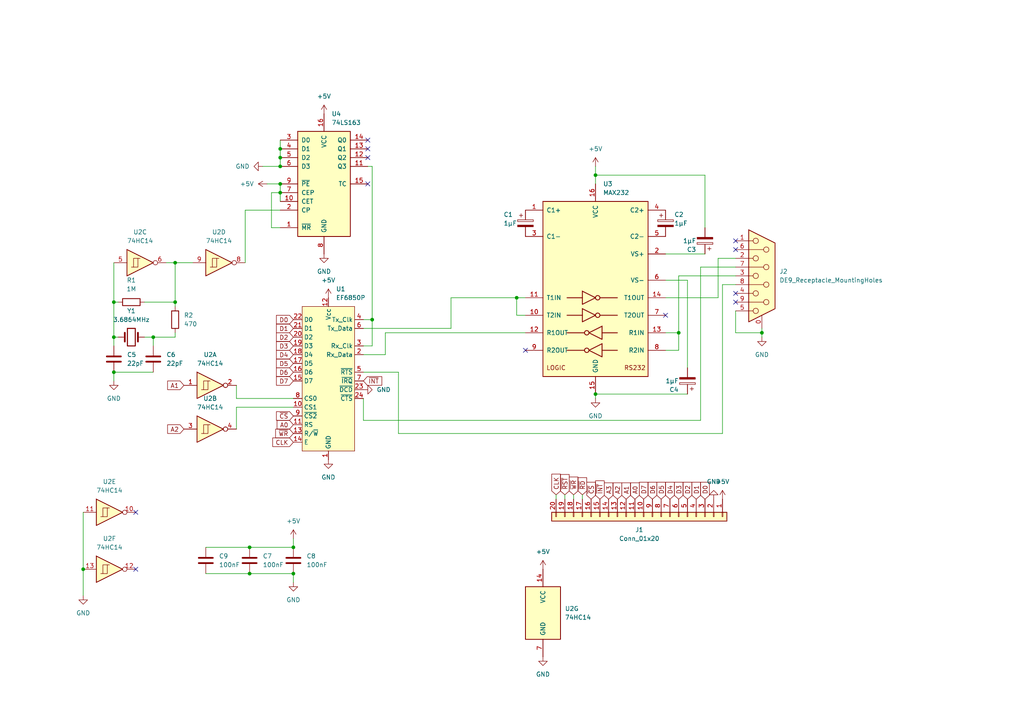
<source format=kicad_sch>
(kicad_sch (version 20230121) (generator eeschema)
  (paper "A4")
  (lib_symbols
    (symbol "74xx:74HC14" (pin_names (offset 1.016))
      (property "Reference" "U" (at 0 1.27 0))
      (property "Value" "74HC14" (at 0 -1.27 0))
      (symbol "74HC14_1_0"
        (polyline (pts (xy -3.81 3.81) (xy -3.81 -3.81) (xy 3.81 0) (xy -3.81 3.81)) (stroke (width 0.254)) (fill (type background)))
        (pin input line (at -7.62 0 0) (length 3.81) (name "~") (number "1"))
        (pin output inverted (at 7.62 0 180) (length 3.81) (name "~") (number "2"))
      )
      (symbol "74HC14_1_1"
        (polyline (pts (xy -1.905 -1.27) (xy -1.905 1.27) (xy -0.635 1.27)))
        (polyline (pts (xy -2.54 -1.27) (xy -0.635 -1.27) (xy -0.635 1.27) (xy 0 1.27)))
      )
      (symbol "74HC14_2_0"
        (polyline (pts (xy -3.81 3.81) (xy -3.81 -3.81) (xy 3.81 0) (xy -3.81 3.81)) (stroke (width 0.254)) (fill (type background)))
        (pin input line (at -7.62 0 0) (length 3.81) (name "~") (number "3"))
        (pin output inverted (at 7.62 0 180) (length 3.81) (name "~") (number "4"))
      )
      (symbol "74HC14_2_1"
        (polyline (pts (xy -1.905 -1.27) (xy -1.905 1.27) (xy -0.635 1.27)))
        (polyline (pts (xy -2.54 -1.27) (xy -0.635 -1.27) (xy -0.635 1.27) (xy 0 1.27)))
      )
      (symbol "74HC14_3_0"
        (polyline (pts (xy -3.81 3.81) (xy -3.81 -3.81) (xy 3.81 0) (xy -3.81 3.81)) (stroke (width 0.254)) (fill (type background)))
        (pin input line (at -7.62 0 0) (length 3.81) (name "~") (number "5"))
        (pin output inverted (at 7.62 0 180) (length 3.81) (name "~") (number "6"))
      )
      (symbol "74HC14_3_1"
        (polyline (pts (xy -1.905 -1.27) (xy -1.905 1.27) (xy -0.635 1.27)))
        (polyline (pts (xy -2.54 -1.27) (xy -0.635 -1.27) (xy -0.635 1.27) (xy 0 1.27)))
      )
      (symbol "74HC14_4_0"
        (polyline (pts (xy -3.81 3.81) (xy -3.81 -3.81) (xy 3.81 0) (xy -3.81 3.81)) (stroke (width 0.254)) (fill (type background)))
        (pin output inverted (at 7.62 0 180) (length 3.81) (name "~") (number "8"))
        (pin input line (at -7.62 0 0) (length 3.81) (name "~") (number "9"))
      )
      (symbol "74HC14_4_1"
        (polyline (pts (xy -1.905 -1.27) (xy -1.905 1.27) (xy -0.635 1.27)))
        (polyline (pts (xy -2.54 -1.27) (xy -0.635 -1.27) (xy -0.635 1.27) (xy 0 1.27)))
      )
      (symbol "74HC14_5_0"
        (polyline (pts (xy -3.81 3.81) (xy -3.81 -3.81) (xy 3.81 0) (xy -3.81 3.81)) (stroke (width 0.254)) (fill (type background)))
        (pin output inverted (at 7.62 0 180) (length 3.81) (name "~") (number "10"))
        (pin input line (at -7.62 0 0) (length 3.81) (name "~") (number "11"))
      )
      (symbol "74HC14_5_1"
        (polyline (pts (xy -1.905 -1.27) (xy -1.905 1.27) (xy -0.635 1.27)))
        (polyline (pts (xy -2.54 -1.27) (xy -0.635 -1.27) (xy -0.635 1.27) (xy 0 1.27)))
      )
      (symbol "74HC14_6_0"
        (polyline (pts (xy -3.81 3.81) (xy -3.81 -3.81) (xy 3.81 0) (xy -3.81 3.81)) (stroke (width 0.254)) (fill (type background)))
        (pin output inverted (at 7.62 0 180) (length 3.81) (name "~") (number "12"))
        (pin input line (at -7.62 0 0) (length 3.81) (name "~") (number "13"))
      )
      (symbol "74HC14_6_1"
        (polyline (pts (xy -1.905 -1.27) (xy -1.905 1.27) (xy -0.635 1.27)))
        (polyline (pts (xy -2.54 -1.27) (xy -0.635 -1.27) (xy -0.635 1.27) (xy 0 1.27)))
      )
      (symbol "74HC14_7_0"
        (pin power_in line (at 0 12.7 270) (length 5.08) (name "VCC") (number "14"))
        (pin power_in line (at 0 -12.7 90) (length 5.08) (name "GND") (number "7"))
      )
      (symbol "74HC14_7_1"
        (rectangle (start -5.08 7.62) (end 5.08 -7.62) (stroke (width 0.254)) (fill (type background)))
      )
    )
    (symbol "74xx:74LS163" (pin_names (offset 1.016))
      (property "Reference" "U" (at -7.62 16.51 0))
      (property "Value" "74LS163" (at -7.62 -16.51 0))
      (symbol "74LS163_1_0"
        (pin input line (at -12.7 -12.7 0) (length 5.08) (name "~{MR}") (number "1"))
        (pin input line (at -12.7 -5.08 0) (length 5.08) (name "CET") (number "10"))
        (pin output line (at 12.7 5.08 180) (length 5.08) (name "Q3") (number "11"))
        (pin output line (at 12.7 7.62 180) (length 5.08) (name "Q2") (number "12"))
        (pin output line (at 12.7 10.16 180) (length 5.08) (name "Q1") (number "13"))
        (pin output line (at 12.7 12.7 180) (length 5.08) (name "Q0") (number "14"))
        (pin output line (at 12.7 0 180) (length 5.08) (name "TC") (number "15"))
        (pin power_in line (at 0 20.32 270) (length 5.08) (name "VCC") (number "16"))
        (pin input line (at -12.7 -7.62 0) (length 5.08) (name "CP") (number "2"))
        (pin input line (at -12.7 12.7 0) (length 5.08) (name "D0") (number "3"))
        (pin input line (at -12.7 10.16 0) (length 5.08) (name "D1") (number "4"))
        (pin input line (at -12.7 7.62 0) (length 5.08) (name "D2") (number "5"))
        (pin input line (at -12.7 5.08 0) (length 5.08) (name "D3") (number "6"))
        (pin input line (at -12.7 -2.54 0) (length 5.08) (name "CEP") (number "7"))
        (pin power_in line (at 0 -20.32 90) (length 5.08) (name "GND") (number "8"))
        (pin input line (at -12.7 0 0) (length 5.08) (name "~{PE}") (number "9"))
      )
      (symbol "74LS163_1_1"
        (rectangle (start -7.62 15.24) (end 7.62 -15.24) (stroke (width 0.254)) (fill (type background)))
      )
    )
    (symbol "Connector:DE9_Receptacle_MountingHoles" (pin_names (offset 1.016) hide)
      (property "Reference" "J" (at 0 16.51 0))
      (property "Value" "DE9_Receptacle_MountingHoles" (at 0 14.605 0))
      (symbol "DE9_Receptacle_MountingHoles_0_1"
        (circle (center -1.778 -10.16) (radius 0.762))
        (circle (center -1.778 -5.08) (radius 0.762))
        (circle (center -1.778 0) (radius 0.762))
        (circle (center -1.778 5.08) (radius 0.762))
        (circle (center -1.778 10.16) (radius 0.762))
        (polyline (pts (xy -3.81 -10.16) (xy -2.54 -10.16)))
        (polyline (pts (xy -3.81 -7.62) (xy 0.508 -7.62)))
        (polyline (pts (xy -3.81 -5.08) (xy -2.54 -5.08)))
        (polyline (pts (xy -3.81 -2.54) (xy 0.508 -2.54)))
        (polyline (pts (xy -3.81 0) (xy -2.54 0)))
        (polyline (pts (xy -3.81 2.54) (xy 0.508 2.54)))
        (polyline (pts (xy -3.81 5.08) (xy -2.54 5.08)))
        (polyline (pts (xy -3.81 7.62) (xy 0.508 7.62)))
        (polyline (pts (xy -3.81 10.16) (xy -2.54 10.16)))
        (polyline (pts (xy -3.81 13.335) (xy -3.81 -13.335) (xy 3.81 -9.525) (xy 3.81 9.525) (xy -3.81 13.335)) (stroke (width 0.254)) (fill (type background)))
        (circle (center 1.27 -7.62) (radius 0.762))
        (circle (center 1.27 -2.54) (radius 0.762))
        (circle (center 1.27 2.54) (radius 0.762))
        (circle (center 1.27 7.62) (radius 0.762))
      )
      (symbol "DE9_Receptacle_MountingHoles_1_1"
        (pin passive line (at 0 -15.24 90) (length 3.81) (name "PAD") (number "0"))
        (pin passive line (at -7.62 10.16 0) (length 3.81) (name "1") (number "1"))
        (pin passive line (at -7.62 5.08 0) (length 3.81) (name "2") (number "2"))
        (pin passive line (at -7.62 0 0) (length 3.81) (name "3") (number "3"))
        (pin passive line (at -7.62 -5.08 0) (length 3.81) (name "4") (number "4"))
        (pin passive line (at -7.62 -10.16 0) (length 3.81) (name "5") (number "5"))
        (pin passive line (at -7.62 7.62 0) (length 3.81) (name "6") (number "6"))
        (pin passive line (at -7.62 2.54 0) (length 3.81) (name "7") (number "7"))
        (pin passive line (at -7.62 -2.54 0) (length 3.81) (name "8") (number "8"))
        (pin passive line (at -7.62 -7.62 0) (length 3.81) (name "9") (number "9"))
      )
    )
    (symbol "Connector_Generic:Conn_01x20" (pin_names (offset 1.016) hide)
      (property "Reference" "J" (at 0 25.4 0))
      (property "Value" "Conn_01x20" (at 0 -27.94 0))
      (symbol "Conn_01x20_1_1"
        (rectangle (start -1.27 -25.273) (end 0 -25.527) (stroke (width 0.1524)))
        (rectangle (start -1.27 -22.733) (end 0 -22.987) (stroke (width 0.1524)))
        (rectangle (start -1.27 -20.193) (end 0 -20.447) (stroke (width 0.1524)))
        (rectangle (start -1.27 -17.653) (end 0 -17.907) (stroke (width 0.1524)))
        (rectangle (start -1.27 -15.113) (end 0 -15.367) (stroke (width 0.1524)))
        (rectangle (start -1.27 -12.573) (end 0 -12.827) (stroke (width 0.1524)))
        (rectangle (start -1.27 -10.033) (end 0 -10.287) (stroke (width 0.1524)))
        (rectangle (start -1.27 -7.493) (end 0 -7.747) (stroke (width 0.1524)))
        (rectangle (start -1.27 -4.953) (end 0 -5.207) (stroke (width 0.1524)))
        (rectangle (start -1.27 -2.413) (end 0 -2.667) (stroke (width 0.1524)))
        (rectangle (start -1.27 0.127) (end 0 -0.127) (stroke (width 0.1524)))
        (rectangle (start -1.27 2.667) (end 0 2.413) (stroke (width 0.1524)))
        (rectangle (start -1.27 5.207) (end 0 4.953) (stroke (width 0.1524)))
        (rectangle (start -1.27 7.747) (end 0 7.493) (stroke (width 0.1524)))
        (rectangle (start -1.27 10.287) (end 0 10.033) (stroke (width 0.1524)))
        (rectangle (start -1.27 12.827) (end 0 12.573) (stroke (width 0.1524)))
        (rectangle (start -1.27 15.367) (end 0 15.113) (stroke (width 0.1524)))
        (rectangle (start -1.27 17.907) (end 0 17.653) (stroke (width 0.1524)))
        (rectangle (start -1.27 20.447) (end 0 20.193) (stroke (width 0.1524)))
        (rectangle (start -1.27 22.987) (end 0 22.733) (stroke (width 0.1524)))
        (rectangle (start -1.27 24.13) (end 1.27 -26.67) (stroke (width 0.254)) (fill (type background)))
        (pin passive line (at -5.08 22.86 0) (length 3.81) (name "Pin_1") (number "1"))
        (pin passive line (at -5.08 0 0) (length 3.81) (name "Pin_10") (number "10"))
        (pin passive line (at -5.08 -2.54 0) (length 3.81) (name "Pin_11") (number "11"))
        (pin passive line (at -5.08 -5.08 0) (length 3.81) (name "Pin_12") (number "12"))
        (pin passive line (at -5.08 -7.62 0) (length 3.81) (name "Pin_13") (number "13"))
        (pin passive line (at -5.08 -10.16 0) (length 3.81) (name "Pin_14") (number "14"))
        (pin passive line (at -5.08 -12.7 0) (length 3.81) (name "Pin_15") (number "15"))
        (pin passive line (at -5.08 -15.24 0) (length 3.81) (name "Pin_16") (number "16"))
        (pin passive line (at -5.08 -17.78 0) (length 3.81) (name "Pin_17") (number "17"))
        (pin passive line (at -5.08 -20.32 0) (length 3.81) (name "Pin_18") (number "18"))
        (pin passive line (at -5.08 -22.86 0) (length 3.81) (name "Pin_19") (number "19"))
        (pin passive line (at -5.08 20.32 0) (length 3.81) (name "Pin_2") (number "2"))
        (pin passive line (at -5.08 -25.4 0) (length 3.81) (name "Pin_20") (number "20"))
        (pin passive line (at -5.08 17.78 0) (length 3.81) (name "Pin_3") (number "3"))
        (pin passive line (at -5.08 15.24 0) (length 3.81) (name "Pin_4") (number "4"))
        (pin passive line (at -5.08 12.7 0) (length 3.81) (name "Pin_5") (number "5"))
        (pin passive line (at -5.08 10.16 0) (length 3.81) (name "Pin_6") (number "6"))
        (pin passive line (at -5.08 7.62 0) (length 3.81) (name "Pin_7") (number "7"))
        (pin passive line (at -5.08 5.08 0) (length 3.81) (name "Pin_8") (number "8"))
        (pin passive line (at -5.08 2.54 0) (length 3.81) (name "Pin_9") (number "9"))
      )
    )
    (symbol "Device:C" (pin_numbers hide) (pin_names (offset 0.254))
      (property "Reference" "C" (at 0.635 2.54 0))
      (property "Value" "C" (at 0.635 -2.54 0))
      (symbol "C_0_1"
        (polyline (pts (xy -2.032 -0.762) (xy 2.032 -0.762)) (stroke (width 0.508)))
        (polyline (pts (xy -2.032 0.762) (xy 2.032 0.762)) (stroke (width 0.508)))
      )
      (symbol "C_1_1"
        (pin passive line (at 0 3.81 270) (length 2.794) (name "~") (number "1"))
        (pin passive line (at 0 -3.81 90) (length 2.794) (name "~") (number "2"))
      )
    )
    (symbol "Device:C_Polarized" (pin_numbers hide) (pin_names (offset 0.254))
      (property "Reference" "C" (at 0.635 2.54 0))
      (property "Value" "C_Polarized" (at 0.635 -2.54 0))
      (symbol "C_Polarized_0_1"
        (rectangle (start -2.286 0.508) (end 2.286 1.016))
        (polyline (pts (xy -1.778 2.286) (xy -0.762 2.286)))
        (polyline (pts (xy -1.27 2.794) (xy -1.27 1.778)))
        (rectangle (start 2.286 -0.508) (end -2.286 -1.016) (fill (type outline)))
      )
      (symbol "C_Polarized_1_1"
        (pin passive line (at 0 3.81 270) (length 2.794) (name "~") (number "1"))
        (pin passive line (at 0 -3.81 90) (length 2.794) (name "~") (number "2"))
      )
    )
    (symbol "Device:Crystal" (pin_numbers hide) (pin_names (offset 1.016) hide)
      (property "Reference" "Y" (at 0 3.81 0))
      (property "Value" "Crystal" (at 0 -3.81 0))
      (symbol "Crystal_0_1"
        (rectangle (start -1.143 2.54) (end 1.143 -2.54) (stroke (width 0.3048)))
        (polyline (pts (xy -2.54 0) (xy -1.905 0)))
        (polyline (pts (xy -1.905 -1.27) (xy -1.905 1.27)) (stroke (width 0.508)))
        (polyline (pts (xy 1.905 -1.27) (xy 1.905 1.27)) (stroke (width 0.508)))
        (polyline (pts (xy 2.54 0) (xy 1.905 0)))
      )
      (symbol "Crystal_1_1"
        (pin passive line (at -3.81 0 0) (length 1.27) (name "1") (number "1"))
        (pin passive line (at 3.81 0 180) (length 1.27) (name "2") (number "2"))
      )
    )
    (symbol "Device:R" (pin_numbers hide) (pin_names (offset 0))
      (property "Reference" "R" (at 2.032 0 90))
      (property "Value" "R" (at 0 0 90))
      (symbol "R_0_1"
        (rectangle (start -1.016 -2.54) (end 1.016 2.54) (stroke (width 0.254)))
      )
      (symbol "R_1_1"
        (pin passive line (at 0 3.81 270) (length 1.27) (name "~") (number "1"))
        (pin passive line (at 0 -3.81 90) (length 1.27) (name "~") (number "2"))
      )
    )
    (symbol "Interface_UART:MAX232" (pin_names (offset 1.016))
      (property "Reference" "U" (at -2.54 28.575 0))
      (property "Value" "MAX232" (at -2.54 26.67 0))
      (symbol "MAX232_0_0"
        (text "LOGIC" (at -11.43 -22.86 0) (effects (font (size 1.27 1.27))))
        (text "RS232" (at 11.43 -22.86 0) (effects (font (size 1.27 1.27))))
      )
      (symbol "MAX232_0_1"
        (rectangle (start -15.24 -25.4) (end 15.24 25.4) (stroke (width 0.254)) (fill (type background)))
        (circle (center -2.54 -17.78) (radius 0.635) (stroke (width 0.254)))
        (circle (center -2.54 -12.7) (radius 0.635) (stroke (width 0.254)))
        (polyline (pts (xy -3.81 -7.62) (xy -8.255 -7.62)) (stroke (width 0.254)))
        (polyline (pts (xy -3.81 -2.54) (xy -8.255 -2.54)) (stroke (width 0.254)))
        (polyline (pts (xy -3.175 -17.78) (xy -8.255 -17.78)) (stroke (width 0.254)))
        (polyline (pts (xy -3.175 -12.7) (xy -8.255 -12.7)) (stroke (width 0.254)))
        (polyline (pts (xy 1.27 -7.62) (xy 6.35 -7.62)) (stroke (width 0.254)))
        (polyline (pts (xy 1.27 -2.54) (xy 6.35 -2.54)) (stroke (width 0.254)))
        (polyline (pts (xy 1.905 -17.78) (xy 6.35 -17.78)) (stroke (width 0.254)))
        (polyline (pts (xy 1.905 -12.7) (xy 6.35 -12.7)) (stroke (width 0.254)))
        (polyline (pts (xy -3.81 -5.715) (xy -3.81 -9.525) (xy 0 -7.62) (xy -3.81 -5.715)) (stroke (width 0.254)))
        (polyline (pts (xy -3.81 -0.635) (xy -3.81 -4.445) (xy 0 -2.54) (xy -3.81 -0.635)) (stroke (width 0.254)))
        (polyline (pts (xy 1.905 -15.875) (xy 1.905 -19.685) (xy -1.905 -17.78) (xy 1.905 -15.875)) (stroke (width 0.254)))
        (polyline (pts (xy 1.905 -10.795) (xy 1.905 -14.605) (xy -1.905 -12.7) (xy 1.905 -10.795)) (stroke (width 0.254)))
        (circle (center 0.635 -7.62) (radius 0.635) (stroke (width 0.254)))
        (circle (center 0.635 -2.54) (radius 0.635) (stroke (width 0.254)))
      )
      (symbol "MAX232_1_1"
        (pin passive line (at -20.32 22.86 0) (length 5.08) (name "C1+") (number "1"))
        (pin input line (at -20.32 -7.62 0) (length 5.08) (name "T2IN") (number "10"))
        (pin input line (at -20.32 -2.54 0) (length 5.08) (name "T1IN") (number "11"))
        (pin output line (at -20.32 -12.7 0) (length 5.08) (name "R1OUT") (number "12"))
        (pin input line (at 20.32 -12.7 180) (length 5.08) (name "R1IN") (number "13"))
        (pin output line (at 20.32 -2.54 180) (length 5.08) (name "T1OUT") (number "14"))
        (pin power_in line (at 0 -30.48 90) (length 5.08) (name "GND") (number "15"))
        (pin power_in line (at 0 30.48 270) (length 5.08) (name "VCC") (number "16"))
        (pin power_out line (at 20.32 10.16 180) (length 5.08) (name "VS+") (number "2"))
        (pin passive line (at -20.32 15.24 0) (length 5.08) (name "C1-") (number "3"))
        (pin passive line (at 20.32 22.86 180) (length 5.08) (name "C2+") (number "4"))
        (pin passive line (at 20.32 15.24 180) (length 5.08) (name "C2-") (number "5"))
        (pin power_out line (at 20.32 2.54 180) (length 5.08) (name "VS-") (number "6"))
        (pin output line (at 20.32 -7.62 180) (length 5.08) (name "T2OUT") (number "7"))
        (pin input line (at 20.32 -17.78 180) (length 5.08) (name "R2IN") (number "8"))
        (pin output line (at -20.32 -17.78 0) (length 5.08) (name "R2OUT") (number "9"))
      )
    )
    (symbol "TholinsStuff:EF6850P"
      (property "Reference" "U" (at 0 0 0))
      (property "Value" "EF6850P" (at 0 0 0))
      (symbol "EF6850P_1_1"
        (rectangle (start -7.62 -5.08) (end 7.62 -46.99) (fill (type background)))
        (pin power_in line (at 0 -49.53 90) (length 2.54) (name "GND") (number "1"))
        (pin input line (at -10.16 -34.29 0) (length 2.54) (name "CS1") (number "10"))
        (pin input line (at -10.16 -39.37 0) (length 2.54) (name "RS") (number "11"))
        (pin power_in line (at 0 -2.54 270) (length 2.54) (name "Vcc") (number "12"))
        (pin input line (at -10.16 -41.91 0) (length 2.54) (name "R/~{W}") (number "13"))
        (pin input line (at -10.16 -44.45 0) (length 2.54) (name "E") (number "14"))
        (pin tri_state line (at -10.16 -26.67 0) (length 2.54) (name "D7") (number "15"))
        (pin tri_state line (at -10.16 -24.13 0) (length 2.54) (name "D6") (number "16"))
        (pin tri_state line (at -10.16 -21.59 0) (length 2.54) (name "D5") (number "17"))
        (pin tri_state line (at -10.16 -19.05 0) (length 2.54) (name "D4") (number "18"))
        (pin tri_state line (at -10.16 -16.51 0) (length 2.54) (name "D3") (number "19"))
        (pin input line (at 10.16 -19.05 180) (length 2.54) (name "Rx_Data") (number "2"))
        (pin tri_state line (at -10.16 -13.97 0) (length 2.54) (name "D2") (number "20"))
        (pin tri_state line (at -10.16 -11.43 0) (length 2.54) (name "D1") (number "21"))
        (pin tri_state line (at -10.16 -8.89 0) (length 2.54) (name "D0") (number "22"))
        (pin input line (at 10.16 -29.21 180) (length 2.54) (name "~{DCD}") (number "23"))
        (pin output line (at 10.16 -31.75 180) (length 2.54) (name "~{CTS}") (number "24"))
        (pin input line (at 10.16 -16.51 180) (length 2.54) (name "Rx_Clk") (number "3"))
        (pin input line (at 10.16 -8.89 180) (length 2.54) (name "Tx_Clk") (number "4"))
        (pin input line (at 10.16 -24.13 180) (length 2.54) (name "~{RTS}") (number "5"))
        (pin input line (at 10.16 -11.43 180) (length 2.54) (name "Tx_Data") (number "6"))
        (pin output line (at 10.16 -26.67 180) (length 2.54) (name "~{IRQ}") (number "7"))
        (pin input line (at -10.16 -31.75 0) (length 2.54) (name "CS0") (number "8"))
        (pin input line (at -10.16 -36.83 0) (length 2.54) (name "~{CS2}") (number "9"))
      )
    )
    (symbol "power:+5V" (power) (pin_names (offset 0))
      (property "Value" "+5V" (at 0 3.556 0))
      (symbol "+5V_0_1"
        (polyline (pts (xy -0.762 1.27) (xy 0 2.54)))
        (polyline (pts (xy 0 0) (xy 0 2.54)))
        (polyline (pts (xy 0 2.54) (xy 0.762 1.27)))
      )
      (symbol "+5V_1_1"
        (pin power_in line (at 0 0 90) (length 0) hide (name "+5V") (number "1"))
      )
    )
    (symbol "power:GND" (power) (pin_names (offset 0))
      (property "Value" "GND" (at 0 -3.81 0))
      (symbol "GND_0_1"
        (polyline (pts (xy 0 0) (xy 0 -1.27) (xy 1.27 -1.27) (xy 0 -2.54) (xy -1.27 -1.27) (xy 0 -1.27)))
      )
      (symbol "GND_1_1"
        (pin power_in line (at 0 0 270) (length 0) hide (name "GND") (number "1"))
      )
    )
  )
  (junction (at 44.45 97.79))
  (junction (at 85.09 158.75))
  (junction (at 172.72 114.3))
  (junction (at 72.39 166.37))
  (junction (at 33.02 87.63))
  (junction (at 107.95 92.71))
  (junction (at 81.28 43.18))
  (junction (at 81.28 55.88))
  (junction (at 196.85 96.52))
  (junction (at 72.39 158.75))
  (junction (at 33.02 107.95))
  (junction (at 172.72 50.8))
  (junction (at 81.28 48.26))
  (junction (at 33.02 97.79))
  (junction (at 81.28 53.34))
  (junction (at 81.28 45.72))
  (junction (at 85.09 166.37))
  (junction (at 50.8 76.2))
  (junction (at 149.86 86.36))
  (junction (at 50.8 87.63))
  (junction (at 24.13 165.1))
  (junction (at 220.98 96.52))
  (no_connect (at 106.68 40.64))
  (no_connect (at 39.37 165.1))
  (no_connect (at 106.68 45.72))
  (no_connect (at 193.04 91.44))
  (no_connect (at 106.68 43.18))
  (no_connect (at 213.36 69.85))
  (no_connect (at 106.68 53.34))
  (no_connect (at 39.37 148.59))
  (no_connect (at 213.36 87.63))
  (no_connect (at 152.4 101.6))
  (no_connect (at 213.36 85.09))
  (no_connect (at 213.36 72.39))
  (wire (pts (xy 213.36 77.47) (xy 203.2 77.47)))
  (wire (pts (xy 149.86 91.44) (xy 149.86 86.36)))
  (wire (pts (xy 130.81 95.25) (xy 130.81 86.36)))
  (wire (pts (xy 172.72 48.26) (xy 172.72 50.8)))
  (wire (pts (xy 149.86 86.36) (xy 152.4 86.36)))
  (wire (pts (xy 105.41 95.25) (xy 130.81 95.25)))
  (wire (pts (xy 193.04 101.6) (xy 196.85 101.6)))
  (wire (pts (xy 33.02 107.95) (xy 44.45 107.95)))
  (wire (pts (xy 85.09 168.91) (xy 85.09 166.37)))
  (wire (pts (xy 208.28 74.93) (xy 213.36 74.93)))
  (wire (pts (xy 85.09 118.11) (xy 68.58 118.11)))
  (wire (pts (xy 59.69 158.75) (xy 72.39 158.75)))
  (wire (pts (xy 85.09 166.37) (xy 72.39 166.37)))
  (wire (pts (xy 78.74 66.04) (xy 78.74 55.88)))
  (wire (pts (xy 106.68 48.26) (xy 107.95 48.26)))
  (wire (pts (xy 193.04 86.36) (xy 208.28 86.36)))
  (wire (pts (xy 50.8 87.63) (xy 50.8 76.2)))
  (wire (pts (xy 33.02 97.79) (xy 33.02 87.63)))
  (wire (pts (xy 68.58 115.57) (xy 68.58 111.76)))
  (wire (pts (xy 44.45 97.79) (xy 50.8 97.79)))
  (wire (pts (xy 33.02 76.2) (xy 33.02 87.63)))
  (wire (pts (xy 152.4 96.52) (xy 111.76 96.52)))
  (wire (pts (xy 107.95 92.71) (xy 105.41 92.71)))
  (wire (pts (xy 213.36 82.55) (xy 209.55 82.55)))
  (wire (pts (xy 208.28 86.36) (xy 208.28 74.93)))
  (wire (pts (xy 163.83 143.51) (xy 163.83 144.78)))
  (wire (pts (xy 107.95 48.26) (xy 107.95 92.71)))
  (wire (pts (xy 196.85 96.52) (xy 193.04 96.52)))
  (wire (pts (xy 81.28 43.18) (xy 81.28 40.64)))
  (wire (pts (xy 34.29 97.79) (xy 33.02 97.79)))
  (wire (pts (xy 166.37 143.51) (xy 166.37 144.78)))
  (wire (pts (xy 168.91 143.51) (xy 168.91 144.78)))
  (wire (pts (xy 172.72 115.57) (xy 172.72 114.3)))
  (wire (pts (xy 78.74 55.88) (xy 81.28 55.88)))
  (wire (pts (xy 33.02 87.63) (xy 34.29 87.63)))
  (wire (pts (xy 199.39 81.28) (xy 199.39 106.68)))
  (wire (pts (xy 33.02 110.49) (xy 33.02 107.95)))
  (wire (pts (xy 203.2 121.92) (xy 105.41 121.92)))
  (wire (pts (xy 48.26 76.2) (xy 50.8 76.2)))
  (wire (pts (xy 77.47 53.34) (xy 81.28 53.34)))
  (wire (pts (xy 220.98 97.79) (xy 220.98 96.52)))
  (wire (pts (xy 71.12 60.96) (xy 71.12 76.2)))
  (wire (pts (xy 105.41 121.92) (xy 105.41 115.57)))
  (wire (pts (xy 213.36 90.17) (xy 213.36 96.52)))
  (wire (pts (xy 105.41 100.33) (xy 107.95 100.33)))
  (wire (pts (xy 81.28 55.88) (xy 81.28 58.42)))
  (wire (pts (xy 193.04 73.66) (xy 204.47 73.66)))
  (wire (pts (xy 209.55 125.73) (xy 115.57 125.73)))
  (wire (pts (xy 24.13 165.1) (xy 24.13 172.72)))
  (wire (pts (xy 209.55 82.55) (xy 209.55 125.73)))
  (wire (pts (xy 115.57 125.73) (xy 115.57 107.95)))
  (wire (pts (xy 115.57 107.95) (xy 105.41 107.95)))
  (wire (pts (xy 111.76 96.52) (xy 111.76 102.87)))
  (wire (pts (xy 76.2 48.26) (xy 81.28 48.26)))
  (wire (pts (xy 33.02 97.79) (xy 33.02 100.33)))
  (wire (pts (xy 81.28 53.34) (xy 81.28 55.88)))
  (wire (pts (xy 213.36 96.52) (xy 220.98 96.52)))
  (wire (pts (xy 204.47 66.04) (xy 204.47 50.8)))
  (wire (pts (xy 152.4 91.44) (xy 149.86 91.44)))
  (wire (pts (xy 85.09 115.57) (xy 68.58 115.57)))
  (wire (pts (xy 81.28 66.04) (xy 78.74 66.04)))
  (wire (pts (xy 50.8 96.52) (xy 50.8 97.79)))
  (wire (pts (xy 203.2 77.47) (xy 203.2 121.92)))
  (wire (pts (xy 193.04 81.28) (xy 199.39 81.28)))
  (wire (pts (xy 85.09 158.75) (xy 72.39 158.75)))
  (wire (pts (xy 204.47 50.8) (xy 172.72 50.8)))
  (wire (pts (xy 172.72 114.3) (xy 199.39 114.3)))
  (wire (pts (xy 50.8 87.63) (xy 50.8 88.9)))
  (wire (pts (xy 24.13 148.59) (xy 24.13 165.1)))
  (wire (pts (xy 81.28 45.72) (xy 81.28 43.18)))
  (wire (pts (xy 50.8 76.2) (xy 55.88 76.2)))
  (wire (pts (xy 81.28 60.96) (xy 71.12 60.96)))
  (wire (pts (xy 59.69 166.37) (xy 72.39 166.37)))
  (wire (pts (xy 130.81 86.36) (xy 149.86 86.36)))
  (wire (pts (xy 81.28 48.26) (xy 81.28 45.72)))
  (wire (pts (xy 44.45 97.79) (xy 44.45 100.33)))
  (wire (pts (xy 196.85 80.01) (xy 196.85 96.52)))
  (wire (pts (xy 213.36 80.01) (xy 196.85 80.01)))
  (wire (pts (xy 107.95 92.71) (xy 107.95 100.33)))
  (wire (pts (xy 68.58 118.11) (xy 68.58 124.46)))
  (wire (pts (xy 196.85 101.6) (xy 196.85 96.52)))
  (wire (pts (xy 41.91 97.79) (xy 44.45 97.79)))
  (wire (pts (xy 220.98 96.52) (xy 220.98 95.25)))
  (wire (pts (xy 172.72 50.8) (xy 172.72 53.34)))
  (wire (pts (xy 111.76 102.87) (xy 105.41 102.87)))
  (wire (pts (xy 41.91 87.63) (xy 50.8 87.63)))
  (wire (pts (xy 161.29 143.51) (xy 161.29 144.78)))
  (wire (pts (xy 85.09 156.21) (xy 85.09 158.75)))
  (global_label "D1" (shape input) (at 85.09 95.25 180) (property "Intersheetrefs" "${INTERSHEET_REFS}" (effects hide)))
  (global_label "D7" (shape input) (at 85.09 110.49 180) (property "Intersheetrefs" "${INTERSHEET_REFS}" (effects hide)))
  (global_label "A1" (shape input) (at 181.61 144.78 90) (property "Intersheetrefs" "${INTERSHEET_REFS}" (effects hide)))
  (global_label "D4" (shape input) (at 194.31 144.78 90) (property "Intersheetrefs" "${INTERSHEET_REFS}" (effects hide)))
  (global_label "~{CS}" (shape input) (at 85.09 120.65 180) (property "Intersheetrefs" "${INTERSHEET_REFS}" (effects hide)))
  (global_label "~{INT}" (shape input) (at 173.99 144.78 90) (property "Intersheetrefs" "${INTERSHEET_REFS}" (effects hide)))
  (global_label "D5" (shape input) (at 191.77 144.78 90) (property "Intersheetrefs" "${INTERSHEET_REFS}" (effects hide)))
  (global_label "~{RST}" (shape input) (at 163.83 143.51 90) (property "Intersheetrefs" "${INTERSHEET_REFS}" (effects hide)))
  (global_label "D6" (shape input) (at 85.09 107.95 180) (property "Intersheetrefs" "${INTERSHEET_REFS}" (effects hide)))
  (global_label "D0" (shape input) (at 204.47 144.78 90) (property "Intersheetrefs" "${INTERSHEET_REFS}" (effects hide)))
  (global_label "D2" (shape input) (at 199.39 144.78 90) (property "Intersheetrefs" "${INTERSHEET_REFS}" (effects hide)))
  (global_label "D5" (shape input) (at 85.09 105.41 180) (property "Intersheetrefs" "${INTERSHEET_REFS}" (effects hide)))
  (global_label "A0" (shape input) (at 184.15 144.78 90) (property "Intersheetrefs" "${INTERSHEET_REFS}" (effects hide)))
  (global_label "D3" (shape input) (at 196.85 144.78 90) (property "Intersheetrefs" "${INTERSHEET_REFS}" (effects hide)))
  (global_label "~{WR}" (shape input) (at 85.09 125.73 180) (property "Intersheetrefs" "${INTERSHEET_REFS}" (effects hide)))
  (global_label "D2" (shape input) (at 85.09 97.79 180) (property "Intersheetrefs" "${INTERSHEET_REFS}" (effects hide)))
  (global_label "~{RD}" (shape input) (at 168.91 143.51 90) (property "Intersheetrefs" "${INTERSHEET_REFS}" (effects hide)))
  (global_label "A3" (shape input) (at 176.53 144.78 90) (property "Intersheetrefs" "${INTERSHEET_REFS}" (effects hide)))
  (global_label "CLK" (shape input) (at 161.29 143.51 90) (property "Intersheetrefs" "${INTERSHEET_REFS}" (effects hide)))
  (global_label "A2" (shape input) (at 53.34 124.46 180) (property "Intersheetrefs" "${INTERSHEET_REFS}" (effects hide)))
  (global_label "D4" (shape input) (at 85.09 102.87 180) (property "Intersheetrefs" "${INTERSHEET_REFS}" (effects hide)))
  (global_label "~{WR}" (shape input) (at 166.37 143.51 90) (property "Intersheetrefs" "${INTERSHEET_REFS}" (effects hide)))
  (global_label "CLK" (shape input) (at 85.09 128.27 180) (property "Intersheetrefs" "${INTERSHEET_REFS}" (effects hide)))
  (global_label "D0" (shape input) (at 85.09 92.71 180) (property "Intersheetrefs" "${INTERSHEET_REFS}" (effects hide)))
  (global_label "D6" (shape input) (at 189.23 144.78 90) (property "Intersheetrefs" "${INTERSHEET_REFS}" (effects hide)))
  (global_label "A0" (shape input) (at 85.09 123.19 180) (property "Intersheetrefs" "${INTERSHEET_REFS}" (effects hide)))
  (global_label "D1" (shape input) (at 201.93 144.78 90) (property "Intersheetrefs" "${INTERSHEET_REFS}" (effects hide)))
  (global_label "~{CS}" (shape input) (at 171.45 144.78 90) (property "Intersheetrefs" "${INTERSHEET_REFS}" (effects hide)))
  (global_label "A1" (shape input) (at 53.34 111.76 180) (property "Intersheetrefs" "${INTERSHEET_REFS}" (effects hide)))
  (global_label "~{INT}" (shape input) (at 105.41 110.49 0) (property "Intersheetrefs" "${INTERSHEET_REFS}" (effects hide)))
  (global_label "D7" (shape input) (at 186.69 144.78 90) (property "Intersheetrefs" "${INTERSHEET_REFS}" (effects hide)))
  (global_label "A2" (shape input) (at 179.07 144.78 90) (property "Intersheetrefs" "${INTERSHEET_REFS}" (effects hide)))
  (global_label "D3" (shape input) (at 85.09 100.33 180) (property "Intersheetrefs" "${INTERSHEET_REFS}" (effects hide)))
  (symbol (lib_id "Device:C") (at 44.45 104.14 0) (unit 1)
    (property "Reference" "C6" (at 48.26 102.87 0) (effects (justify left)))
    (property "Value" "22pF" (at 48.26 105.41 0) (effects (justify left)))
    (property "Footprint" "Capacitor_THT:C_Disc_D3.0mm_W1.6mm_P2.50mm" (effects hide))
  )
  (symbol (lib_id "Device:C") (at 72.39 162.56 0) (unit 1)
    (property "Reference" "C7" (at 76.2 161.29 0) (effects (justify left)))
    (property "Value" "100nF" (at 76.2 163.83 0) (effects (justify left)))
    (property "Footprint" "Capacitor_THT:C_Disc_D3.0mm_W1.6mm_P2.50mm" (effects hide))
  )
  (symbol (lib_id "Device:C") (at 85.09 162.56 0) (unit 1)
    (property "Reference" "C8" (at 88.9 161.29 0) (effects (justify left)))
    (property "Value" "100nF" (at 88.9 163.83 0) (effects (justify left)))
    (property "Footprint" "Capacitor_THT:C_Disc_D3.0mm_W1.6mm_P2.50mm" (effects hide))
  )
  (symbol (lib_id "power:GND") (at 157.48 190.5 0) (unit 1)
    (property "Reference" "#PWR06" (effects hide))
    (property "Value" "GND" (at 157.48 195.58 0))
  )
  (symbol (lib_id "Connector_Generic:Conn_01x20") (at 186.69 149.86 270) (unit 1)
    (property "Reference" "J1" (at 185.42 153.67 90))
    (property "Value" "Conn_01x20" (at 185.42 156.21 90))
    (property "Footprint" "Connector_PinHeader_2.54mm:PinHeader_1x20_P2.54mm_Vertical" (effects hide))
  )
  (symbol (lib_id "Device:C") (at 59.69 162.56 0) (unit 1)
    (property "Reference" "C9" (at 63.5 161.29 0) (effects (justify left)))
    (property "Value" "100nF" (at 63.5 163.83 0) (effects (justify left)))
    (property "Footprint" "Capacitor_THT:C_Disc_D3.0mm_W1.6mm_P2.50mm" (effects hide))
  )
  (symbol (lib_id "power:GND") (at 85.09 168.91 0) (unit 1)
    (property "Reference" "#PWR017" (effects hide))
    (property "Value" "GND" (at 85.09 173.99 0))
  )
  (symbol (lib_id "74xx:74LS163") (at 93.98 53.34 0) (unit 1)
    (property "Reference" "U4" (at 96.1741 33.02 0) (effects (justify left)))
    (property "Value" "74LS163" (at 96.1741 35.56 0) (effects (justify left)))
    (property "Footprint" "Package_DIP:DIP-16_W7.62mm" (effects hide))
    (property "Datasheet" "http://www.ti.com/lit/gpn/sn74LS163" (effects hide))
  )
  (symbol (lib_id "Device:R") (at 50.8 92.71 180) (unit 1)
    (property "Reference" "R2" (at 53.34 91.44 0) (effects (justify right)))
    (property "Value" "470" (at 53.34 93.98 0) (effects (justify right)))
    (property "Footprint" "Resistor_THT:R_Axial_DIN0204_L3.6mm_D1.6mm_P7.62mm_Horizontal" (effects hide))
  )
  (symbol (lib_id "power:GND") (at 95.25 133.35 0) (unit 1)
    (property "Reference" "#PWR04" (effects hide))
    (property "Value" "GND" (at 95.25 138.43 0))
  )
  (symbol (lib_id "Device:C_Polarized") (at 199.39 110.49 180) (unit 1)
    (property "Reference" "C4" (at 196.85 113.03 0) (effects (justify left)))
    (property "Value" "1µF" (at 196.85 110.49 0) (effects (justify left)))
    (property "Footprint" "Capacitor_THT:CP_Radial_D4.0mm_P2.00mm" (effects hide))
  )
  (symbol (lib_id "74xx:74HC14") (at 60.96 111.76 0) (unit 1)
    (property "Reference" "U2" (at 60.96 102.87 0))
    (property "Value" "74HC14" (at 60.96 105.41 0))
    (property "Footprint" "Package_DIP:DIP-14_W7.62mm" (effects hide))
    (property "Datasheet" "http://www.ti.com/lit/gpn/sn74HC14" (effects hide))
  )
  (symbol (lib_id "power:GND") (at 24.13 172.72 0) (unit 1)
    (property "Reference" "#PWR07" (effects hide))
    (property "Value" "GND" (at 24.13 177.8 0))
  )
  (symbol (lib_id "Device:Crystal") (at 38.1 97.79 0) (unit 1)
    (property "Reference" "Y1" (at 38.1 90.17 0))
    (property "Value" "3.6864MHz" (at 38.1 92.71 0))
    (property "Footprint" "Crystal:Crystal_HC18-U_Vertical" (effects hide))
  )
  (symbol (lib_id "power:+5V") (at 209.55 144.78 0) (unit 1)
    (property "Reference" "#PWR01" (effects hide))
    (property "Value" "+5V" (at 209.55 139.7 0))
  )
  (symbol (lib_id "74xx:74HC14") (at 157.48 177.8 0) (unit 7)
    (property "Reference" "U2" (at 163.83 176.53 0) (effects (justify left)))
    (property "Value" "74HC14" (at 163.83 179.07 0) (effects (justify left)))
    (property "Footprint" "Package_DIP:DIP-14_W7.62mm" (effects hide))
    (property "Datasheet" "http://www.ti.com/lit/gpn/sn74HC14" (effects hide))
  )
  (symbol (lib_id "power:GND") (at 207.01 144.78 180) (unit 1)
    (property "Reference" "#PWR02" (effects hide))
    (property "Value" "GND" (at 207.01 139.7 0))
  )
  (symbol (lib_id "74xx:74HC14") (at 60.96 124.46 0) (unit 2)
    (property "Reference" "U2" (at 60.96 115.57 0))
    (property "Value" "74HC14" (at 60.96 118.11 0))
    (property "Footprint" "Package_DIP:DIP-14_W7.62mm" (effects hide))
    (property "Datasheet" "http://www.ti.com/lit/gpn/sn74HC14" (effects hide))
  )
  (symbol (lib_id "Device:C_Polarized") (at 204.47 69.85 180) (unit 1)
    (property "Reference" "C3" (at 201.93 72.39 0) (effects (justify left)))
    (property "Value" "1µF" (at 201.93 69.85 0) (effects (justify left)))
    (property "Footprint" "Capacitor_THT:CP_Radial_D4.0mm_P2.00mm" (effects hide))
  )
  (symbol (lib_id "Device:C") (at 33.02 104.14 0) (unit 1)
    (property "Reference" "C5" (at 36.83 102.87 0) (effects (justify left)))
    (property "Value" "22pF" (at 36.83 105.41 0) (effects (justify left)))
    (property "Footprint" "Capacitor_THT:C_Disc_D3.0mm_W1.6mm_P2.50mm" (effects hide))
  )
  (symbol (lib_id "74xx:74HC14") (at 31.75 165.1 0) (unit 6)
    (property "Reference" "U2" (at 31.75 156.21 0))
    (property "Value" "74HC14" (at 31.75 158.75 0))
    (property "Footprint" "Package_DIP:DIP-14_W7.62mm" (effects hide))
    (property "Datasheet" "http://www.ti.com/lit/gpn/sn74HC14" (effects hide))
  )
  (symbol (lib_id "power:+5V") (at 93.98 33.02 0) (unit 1)
    (property "Reference" "#PWR014" (effects hide))
    (property "Value" "+5V" (at 93.98 27.94 0))
  )
  (symbol (lib_id "power:GND") (at 93.98 73.66 0) (unit 1)
    (property "Reference" "#PWR013" (effects hide))
    (property "Value" "GND" (at 93.98 78.74 0))
  )
  (symbol (lib_id "power:+5V") (at 95.25 86.36 0) (unit 1)
    (property "Reference" "#PWR03" (effects hide))
    (property "Value" "+5V" (at 95.25 81.28 0))
  )
  (symbol (lib_id "power:GND") (at 105.41 113.03 90) (unit 1)
    (property "Reference" "#PWR08" (effects hide))
    (property "Value" "GND" (at 109.22 113.03 90) (effects (justify right)))
  )
  (symbol (lib_id "power:GND") (at 172.72 115.57 0) (unit 1)
    (property "Reference" "#PWR011" (effects hide))
    (property "Value" "GND" (at 172.72 120.65 0))
  )
  (symbol (lib_id "Device:C_Polarized") (at 193.04 64.77 0) (unit 1)
    (property "Reference" "C2" (at 195.58 62.23 0) (effects (justify left)))
    (property "Value" "1µF" (at 195.58 64.77 0) (effects (justify left)))
    (property "Footprint" "Capacitor_THT:CP_Radial_D4.0mm_P2.00mm" (effects hide))
  )
  (symbol (lib_id "Connector:DE9_Receptacle_MountingHoles") (at 220.98 80.01 0) (unit 1)
    (property "Reference" "J2" (at 226.06 78.74 0) (effects (justify left)))
    (property "Value" "DE9_Receptacle_MountingHoles" (at 226.06 81.28 0) (effects (justify left)))
    (property "Footprint" "Connector_Dsub:DSUB-9_Female_Horizontal_P2.77x2.84mm_EdgePinOffset4.94mm_Housed_MountingHolesOffset7.48mm" (effects hide))
    (property "Datasheet" " ~" (effects hide))
  )
  (symbol (lib_id "power:+5V") (at 77.47 53.34 90) (unit 1)
    (property "Reference" "#PWR016" (effects hide))
    (property "Value" "+5V" (at 73.66 53.34 90) (effects (justify left)))
  )
  (symbol (lib_id "Device:C_Polarized") (at 152.4 64.77 0) (unit 1)
    (property "Reference" "C1" (at 146.05 62.23 0) (effects (justify left)))
    (property "Value" "1µF" (at 146.05 64.77 0) (effects (justify left)))
    (property "Footprint" "Capacitor_THT:CP_Radial_D4.0mm_P2.00mm" (effects hide))
  )
  (symbol (lib_id "74xx:74HC14") (at 40.64 76.2 0) (unit 3)
    (property "Reference" "U2" (at 40.64 67.31 0))
    (property "Value" "74HC14" (at 40.64 69.85 0))
    (property "Footprint" "Package_DIP:DIP-14_W7.62mm" (effects hide))
    (property "Datasheet" "http://www.ti.com/lit/gpn/sn74HC14" (effects hide))
  )
  (symbol (lib_id "Device:R") (at 38.1 87.63 90) (unit 1)
    (property "Reference" "R1" (at 38.1 81.28 90))
    (property "Value" "1M" (at 38.1 83.82 90))
    (property "Footprint" "Resistor_THT:R_Axial_DIN0204_L3.6mm_D1.6mm_P7.62mm_Horizontal" (effects hide))
  )
  (symbol (lib_id "power:GND") (at 33.02 110.49 0) (unit 1)
    (property "Reference" "#PWR012" (effects hide))
    (property "Value" "GND" (at 33.02 115.57 0))
  )
  (symbol (lib_id "power:GND") (at 220.98 97.79 0) (unit 1)
    (property "Reference" "#PWR09" (effects hide))
    (property "Value" "GND" (at 220.98 102.87 0))
  )
  (symbol (lib_id "power:GND") (at 76.2 48.26 270) (unit 1)
    (property "Reference" "#PWR015" (effects hide))
    (property "Value" "GND" (at 72.39 48.26 90) (effects (justify right)))
  )
  (symbol (lib_id "power:+5V") (at 85.09 156.21 0) (unit 1)
    (property "Reference" "#PWR018" (effects hide))
    (property "Value" "+5V" (at 85.09 151.13 0))
  )
  (symbol (lib_id "TholinsStuff:EF6850P") (at 95.25 83.82 0) (unit 1)
    (property "Reference" "U1" (at 97.4441 83.82 0) (effects (justify left)))
    (property "Value" "EF6850P" (at 97.4441 86.36 0) (effects (justify left)))
    (property "Footprint" "Package_DIP:DIP-24_W15.24mm" (effects hide))
    (property "Datasheet" "https://files.tholin.dev/Public/Datasheets/Peripheral-8-bit/EF6850P.pdf" (effects hide))
  )
  (symbol (lib_id "74xx:74HC14") (at 63.5 76.2 0) (unit 4)
    (property "Reference" "U2" (at 63.5 67.31 0))
    (property "Value" "74HC14" (at 63.5 69.85 0))
    (property "Footprint" "Package_DIP:DIP-14_W7.62mm" (effects hide))
    (property "Datasheet" "http://www.ti.com/lit/gpn/sn74HC14" (effects hide))
  )
  (symbol (lib_id "Interface_UART:MAX232") (at 172.72 83.82 0) (unit 1)
    (property "Reference" "U3" (at 174.9141 53.34 0) (effects (justify left)))
    (property "Value" "MAX232" (at 174.9141 55.88 0) (effects (justify left)))
    (property "Footprint" "Package_DIP:DIP-16_W7.62mm" (effects hide))
    (property "Datasheet" "http://www.ti.com/lit/ds/symlink/max232.pdf" (effects hide))
  )
  (symbol (lib_id "74xx:74HC14") (at 31.75 148.59 0) (unit 5)
    (property "Reference" "U2" (at 31.75 139.7 0))
    (property "Value" "74HC14" (at 31.75 142.24 0))
    (property "Footprint" "Package_DIP:DIP-14_W7.62mm" (effects hide))
    (property "Datasheet" "http://www.ti.com/lit/gpn/sn74HC14" (effects hide))
  )
  (symbol (lib_id "power:+5V") (at 157.48 165.1 0) (unit 1)
    (property "Reference" "#PWR05" (effects hide))
    (property "Value" "+5V" (at 157.48 160.02 0))
  )
  (symbol (lib_id "power:+5V") (at 172.72 48.26 0) (unit 1)
    (property "Reference" "#PWR010" (effects hide))
    (property "Value" "+5V" (at 172.72 43.18 0))
  )
)
</source>
